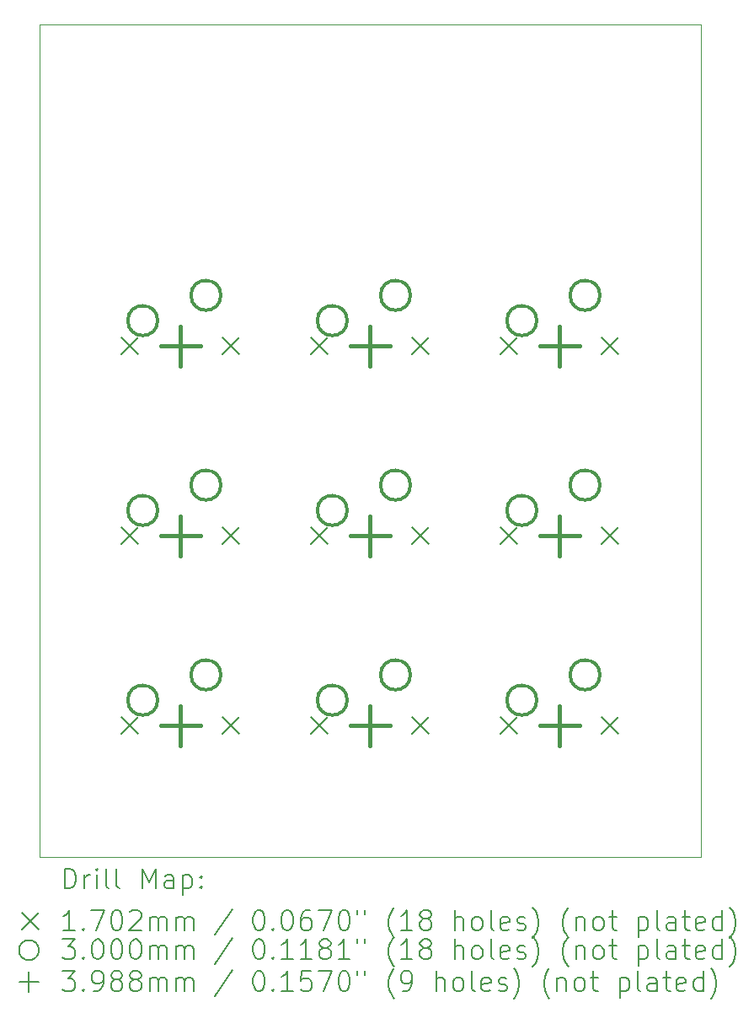
<source format=gbr>
%FSLAX45Y45*%
G04 Gerber Fmt 4.5, Leading zero omitted, Abs format (unit mm)*
G04 Created by KiCad (PCBNEW (6.0.0)) date 2023-01-21 20:17:03*
%MOMM*%
%LPD*%
G01*
G04 APERTURE LIST*
%TA.AperFunction,Profile*%
%ADD10C,0.100000*%
%TD*%
%ADD11C,0.200000*%
%ADD12C,0.170180*%
%ADD13C,0.300000*%
%ADD14C,0.398780*%
G04 APERTURE END LIST*
D10*
X3580000Y-1775000D02*
X10230000Y-1775000D01*
X10230000Y-1775000D02*
X10230000Y-10130000D01*
X10230000Y-10130000D02*
X3580000Y-10130000D01*
X3580000Y-10130000D02*
X3580000Y-1775000D01*
D11*
D12*
X4406910Y-4914910D02*
X4577090Y-5085090D01*
X4577090Y-4914910D02*
X4406910Y-5085090D01*
X4406910Y-6819910D02*
X4577090Y-6990090D01*
X4577090Y-6819910D02*
X4406910Y-6990090D01*
X4406910Y-8724910D02*
X4577090Y-8895090D01*
X4577090Y-8724910D02*
X4406910Y-8895090D01*
X5422910Y-4914910D02*
X5593090Y-5085090D01*
X5593090Y-4914910D02*
X5422910Y-5085090D01*
X5422910Y-6819910D02*
X5593090Y-6990090D01*
X5593090Y-6819910D02*
X5422910Y-6990090D01*
X5422910Y-8724910D02*
X5593090Y-8895090D01*
X5593090Y-8724910D02*
X5422910Y-8895090D01*
X6311910Y-4914910D02*
X6482090Y-5085090D01*
X6482090Y-4914910D02*
X6311910Y-5085090D01*
X6311910Y-6819910D02*
X6482090Y-6990090D01*
X6482090Y-6819910D02*
X6311910Y-6990090D01*
X6311910Y-8724910D02*
X6482090Y-8895090D01*
X6482090Y-8724910D02*
X6311910Y-8895090D01*
X7327910Y-4914910D02*
X7498090Y-5085090D01*
X7498090Y-4914910D02*
X7327910Y-5085090D01*
X7327910Y-6819910D02*
X7498090Y-6990090D01*
X7498090Y-6819910D02*
X7327910Y-6990090D01*
X7327910Y-8724910D02*
X7498090Y-8895090D01*
X7498090Y-8724910D02*
X7327910Y-8895090D01*
X8216910Y-4914910D02*
X8387090Y-5085090D01*
X8387090Y-4914910D02*
X8216910Y-5085090D01*
X8216910Y-6819910D02*
X8387090Y-6990090D01*
X8387090Y-6819910D02*
X8216910Y-6990090D01*
X8216910Y-8724910D02*
X8387090Y-8895090D01*
X8387090Y-8724910D02*
X8216910Y-8895090D01*
X9232910Y-4914910D02*
X9403090Y-5085090D01*
X9403090Y-4914910D02*
X9232910Y-5085090D01*
X9232910Y-6819910D02*
X9403090Y-6990090D01*
X9403090Y-6819910D02*
X9232910Y-6990090D01*
X9232910Y-8724910D02*
X9403090Y-8895090D01*
X9403090Y-8724910D02*
X9232910Y-8895090D01*
D13*
X4769000Y-4746000D02*
G75*
G03*
X4769000Y-4746000I-150000J0D01*
G01*
X4769000Y-6651000D02*
G75*
G03*
X4769000Y-6651000I-150000J0D01*
G01*
X4769000Y-8556000D02*
G75*
G03*
X4769000Y-8556000I-150000J0D01*
G01*
X5404000Y-4492000D02*
G75*
G03*
X5404000Y-4492000I-150000J0D01*
G01*
X5404000Y-6397000D02*
G75*
G03*
X5404000Y-6397000I-150000J0D01*
G01*
X5404000Y-8302000D02*
G75*
G03*
X5404000Y-8302000I-150000J0D01*
G01*
X6674000Y-4746000D02*
G75*
G03*
X6674000Y-4746000I-150000J0D01*
G01*
X6674000Y-6651000D02*
G75*
G03*
X6674000Y-6651000I-150000J0D01*
G01*
X6674000Y-8556000D02*
G75*
G03*
X6674000Y-8556000I-150000J0D01*
G01*
X7309000Y-4492000D02*
G75*
G03*
X7309000Y-4492000I-150000J0D01*
G01*
X7309000Y-6397000D02*
G75*
G03*
X7309000Y-6397000I-150000J0D01*
G01*
X7309000Y-8302000D02*
G75*
G03*
X7309000Y-8302000I-150000J0D01*
G01*
X8579000Y-4746000D02*
G75*
G03*
X8579000Y-4746000I-150000J0D01*
G01*
X8579000Y-6651000D02*
G75*
G03*
X8579000Y-6651000I-150000J0D01*
G01*
X8579000Y-8556000D02*
G75*
G03*
X8579000Y-8556000I-150000J0D01*
G01*
X9214000Y-4492000D02*
G75*
G03*
X9214000Y-4492000I-150000J0D01*
G01*
X9214000Y-6397000D02*
G75*
G03*
X9214000Y-6397000I-150000J0D01*
G01*
X9214000Y-8302000D02*
G75*
G03*
X9214000Y-8302000I-150000J0D01*
G01*
D14*
X5000000Y-4800610D02*
X5000000Y-5199390D01*
X4800610Y-5000000D02*
X5199390Y-5000000D01*
X5000000Y-6705610D02*
X5000000Y-7104390D01*
X4800610Y-6905000D02*
X5199390Y-6905000D01*
X5000000Y-8610610D02*
X5000000Y-9009390D01*
X4800610Y-8810000D02*
X5199390Y-8810000D01*
X6905000Y-4800610D02*
X6905000Y-5199390D01*
X6705610Y-5000000D02*
X7104390Y-5000000D01*
X6905000Y-6705610D02*
X6905000Y-7104390D01*
X6705610Y-6905000D02*
X7104390Y-6905000D01*
X6905000Y-8610610D02*
X6905000Y-9009390D01*
X6705610Y-8810000D02*
X7104390Y-8810000D01*
X8810000Y-4800610D02*
X8810000Y-5199390D01*
X8610610Y-5000000D02*
X9009390Y-5000000D01*
X8810000Y-6705610D02*
X8810000Y-7104390D01*
X8610610Y-6905000D02*
X9009390Y-6905000D01*
X8810000Y-8610610D02*
X8810000Y-9009390D01*
X8610610Y-8810000D02*
X9009390Y-8810000D01*
D11*
X3832619Y-10445476D02*
X3832619Y-10245476D01*
X3880238Y-10245476D01*
X3908809Y-10255000D01*
X3927857Y-10274048D01*
X3937381Y-10293095D01*
X3946905Y-10331190D01*
X3946905Y-10359762D01*
X3937381Y-10397857D01*
X3927857Y-10416905D01*
X3908809Y-10435952D01*
X3880238Y-10445476D01*
X3832619Y-10445476D01*
X4032619Y-10445476D02*
X4032619Y-10312143D01*
X4032619Y-10350238D02*
X4042143Y-10331190D01*
X4051667Y-10321667D01*
X4070714Y-10312143D01*
X4089762Y-10312143D01*
X4156428Y-10445476D02*
X4156428Y-10312143D01*
X4156428Y-10245476D02*
X4146905Y-10255000D01*
X4156428Y-10264524D01*
X4165952Y-10255000D01*
X4156428Y-10245476D01*
X4156428Y-10264524D01*
X4280238Y-10445476D02*
X4261190Y-10435952D01*
X4251667Y-10416905D01*
X4251667Y-10245476D01*
X4385000Y-10445476D02*
X4365952Y-10435952D01*
X4356429Y-10416905D01*
X4356429Y-10245476D01*
X4613571Y-10445476D02*
X4613571Y-10245476D01*
X4680238Y-10388333D01*
X4746905Y-10245476D01*
X4746905Y-10445476D01*
X4927857Y-10445476D02*
X4927857Y-10340714D01*
X4918333Y-10321667D01*
X4899286Y-10312143D01*
X4861190Y-10312143D01*
X4842143Y-10321667D01*
X4927857Y-10435952D02*
X4908810Y-10445476D01*
X4861190Y-10445476D01*
X4842143Y-10435952D01*
X4832619Y-10416905D01*
X4832619Y-10397857D01*
X4842143Y-10378810D01*
X4861190Y-10369286D01*
X4908810Y-10369286D01*
X4927857Y-10359762D01*
X5023095Y-10312143D02*
X5023095Y-10512143D01*
X5023095Y-10321667D02*
X5042143Y-10312143D01*
X5080238Y-10312143D01*
X5099286Y-10321667D01*
X5108810Y-10331190D01*
X5118333Y-10350238D01*
X5118333Y-10407381D01*
X5108810Y-10426429D01*
X5099286Y-10435952D01*
X5080238Y-10445476D01*
X5042143Y-10445476D01*
X5023095Y-10435952D01*
X5204048Y-10426429D02*
X5213571Y-10435952D01*
X5204048Y-10445476D01*
X5194524Y-10435952D01*
X5204048Y-10426429D01*
X5204048Y-10445476D01*
X5204048Y-10321667D02*
X5213571Y-10331190D01*
X5204048Y-10340714D01*
X5194524Y-10331190D01*
X5204048Y-10321667D01*
X5204048Y-10340714D01*
D12*
X3404820Y-10689910D02*
X3575000Y-10860090D01*
X3575000Y-10689910D02*
X3404820Y-10860090D01*
D11*
X3937381Y-10865476D02*
X3823095Y-10865476D01*
X3880238Y-10865476D02*
X3880238Y-10665476D01*
X3861190Y-10694048D01*
X3842143Y-10713095D01*
X3823095Y-10722619D01*
X4023095Y-10846429D02*
X4032619Y-10855952D01*
X4023095Y-10865476D01*
X4013571Y-10855952D01*
X4023095Y-10846429D01*
X4023095Y-10865476D01*
X4099286Y-10665476D02*
X4232619Y-10665476D01*
X4146905Y-10865476D01*
X4346905Y-10665476D02*
X4365952Y-10665476D01*
X4385000Y-10675000D01*
X4394524Y-10684524D01*
X4404048Y-10703571D01*
X4413571Y-10741667D01*
X4413571Y-10789286D01*
X4404048Y-10827381D01*
X4394524Y-10846429D01*
X4385000Y-10855952D01*
X4365952Y-10865476D01*
X4346905Y-10865476D01*
X4327857Y-10855952D01*
X4318333Y-10846429D01*
X4308810Y-10827381D01*
X4299286Y-10789286D01*
X4299286Y-10741667D01*
X4308810Y-10703571D01*
X4318333Y-10684524D01*
X4327857Y-10675000D01*
X4346905Y-10665476D01*
X4489762Y-10684524D02*
X4499286Y-10675000D01*
X4518333Y-10665476D01*
X4565952Y-10665476D01*
X4585000Y-10675000D01*
X4594524Y-10684524D01*
X4604048Y-10703571D01*
X4604048Y-10722619D01*
X4594524Y-10751190D01*
X4480238Y-10865476D01*
X4604048Y-10865476D01*
X4689762Y-10865476D02*
X4689762Y-10732143D01*
X4689762Y-10751190D02*
X4699286Y-10741667D01*
X4718333Y-10732143D01*
X4746905Y-10732143D01*
X4765952Y-10741667D01*
X4775476Y-10760714D01*
X4775476Y-10865476D01*
X4775476Y-10760714D02*
X4785000Y-10741667D01*
X4804048Y-10732143D01*
X4832619Y-10732143D01*
X4851667Y-10741667D01*
X4861190Y-10760714D01*
X4861190Y-10865476D01*
X4956429Y-10865476D02*
X4956429Y-10732143D01*
X4956429Y-10751190D02*
X4965952Y-10741667D01*
X4985000Y-10732143D01*
X5013571Y-10732143D01*
X5032619Y-10741667D01*
X5042143Y-10760714D01*
X5042143Y-10865476D01*
X5042143Y-10760714D02*
X5051667Y-10741667D01*
X5070714Y-10732143D01*
X5099286Y-10732143D01*
X5118333Y-10741667D01*
X5127857Y-10760714D01*
X5127857Y-10865476D01*
X5518333Y-10655952D02*
X5346905Y-10913095D01*
X5775476Y-10665476D02*
X5794524Y-10665476D01*
X5813571Y-10675000D01*
X5823095Y-10684524D01*
X5832619Y-10703571D01*
X5842143Y-10741667D01*
X5842143Y-10789286D01*
X5832619Y-10827381D01*
X5823095Y-10846429D01*
X5813571Y-10855952D01*
X5794524Y-10865476D01*
X5775476Y-10865476D01*
X5756428Y-10855952D01*
X5746905Y-10846429D01*
X5737381Y-10827381D01*
X5727857Y-10789286D01*
X5727857Y-10741667D01*
X5737381Y-10703571D01*
X5746905Y-10684524D01*
X5756428Y-10675000D01*
X5775476Y-10665476D01*
X5927857Y-10846429D02*
X5937381Y-10855952D01*
X5927857Y-10865476D01*
X5918333Y-10855952D01*
X5927857Y-10846429D01*
X5927857Y-10865476D01*
X6061190Y-10665476D02*
X6080238Y-10665476D01*
X6099286Y-10675000D01*
X6108809Y-10684524D01*
X6118333Y-10703571D01*
X6127857Y-10741667D01*
X6127857Y-10789286D01*
X6118333Y-10827381D01*
X6108809Y-10846429D01*
X6099286Y-10855952D01*
X6080238Y-10865476D01*
X6061190Y-10865476D01*
X6042143Y-10855952D01*
X6032619Y-10846429D01*
X6023095Y-10827381D01*
X6013571Y-10789286D01*
X6013571Y-10741667D01*
X6023095Y-10703571D01*
X6032619Y-10684524D01*
X6042143Y-10675000D01*
X6061190Y-10665476D01*
X6299286Y-10665476D02*
X6261190Y-10665476D01*
X6242143Y-10675000D01*
X6232619Y-10684524D01*
X6213571Y-10713095D01*
X6204048Y-10751190D01*
X6204048Y-10827381D01*
X6213571Y-10846429D01*
X6223095Y-10855952D01*
X6242143Y-10865476D01*
X6280238Y-10865476D01*
X6299286Y-10855952D01*
X6308809Y-10846429D01*
X6318333Y-10827381D01*
X6318333Y-10779762D01*
X6308809Y-10760714D01*
X6299286Y-10751190D01*
X6280238Y-10741667D01*
X6242143Y-10741667D01*
X6223095Y-10751190D01*
X6213571Y-10760714D01*
X6204048Y-10779762D01*
X6385000Y-10665476D02*
X6518333Y-10665476D01*
X6432619Y-10865476D01*
X6632619Y-10665476D02*
X6651667Y-10665476D01*
X6670714Y-10675000D01*
X6680238Y-10684524D01*
X6689762Y-10703571D01*
X6699286Y-10741667D01*
X6699286Y-10789286D01*
X6689762Y-10827381D01*
X6680238Y-10846429D01*
X6670714Y-10855952D01*
X6651667Y-10865476D01*
X6632619Y-10865476D01*
X6613571Y-10855952D01*
X6604048Y-10846429D01*
X6594524Y-10827381D01*
X6585000Y-10789286D01*
X6585000Y-10741667D01*
X6594524Y-10703571D01*
X6604048Y-10684524D01*
X6613571Y-10675000D01*
X6632619Y-10665476D01*
X6775476Y-10665476D02*
X6775476Y-10703571D01*
X6851667Y-10665476D02*
X6851667Y-10703571D01*
X7146905Y-10941667D02*
X7137381Y-10932143D01*
X7118333Y-10903571D01*
X7108809Y-10884524D01*
X7099286Y-10855952D01*
X7089762Y-10808333D01*
X7089762Y-10770238D01*
X7099286Y-10722619D01*
X7108809Y-10694048D01*
X7118333Y-10675000D01*
X7137381Y-10646429D01*
X7146905Y-10636905D01*
X7327857Y-10865476D02*
X7213571Y-10865476D01*
X7270714Y-10865476D02*
X7270714Y-10665476D01*
X7251667Y-10694048D01*
X7232619Y-10713095D01*
X7213571Y-10722619D01*
X7442143Y-10751190D02*
X7423095Y-10741667D01*
X7413571Y-10732143D01*
X7404048Y-10713095D01*
X7404048Y-10703571D01*
X7413571Y-10684524D01*
X7423095Y-10675000D01*
X7442143Y-10665476D01*
X7480238Y-10665476D01*
X7499286Y-10675000D01*
X7508809Y-10684524D01*
X7518333Y-10703571D01*
X7518333Y-10713095D01*
X7508809Y-10732143D01*
X7499286Y-10741667D01*
X7480238Y-10751190D01*
X7442143Y-10751190D01*
X7423095Y-10760714D01*
X7413571Y-10770238D01*
X7404048Y-10789286D01*
X7404048Y-10827381D01*
X7413571Y-10846429D01*
X7423095Y-10855952D01*
X7442143Y-10865476D01*
X7480238Y-10865476D01*
X7499286Y-10855952D01*
X7508809Y-10846429D01*
X7518333Y-10827381D01*
X7518333Y-10789286D01*
X7508809Y-10770238D01*
X7499286Y-10760714D01*
X7480238Y-10751190D01*
X7756428Y-10865476D02*
X7756428Y-10665476D01*
X7842143Y-10865476D02*
X7842143Y-10760714D01*
X7832619Y-10741667D01*
X7813571Y-10732143D01*
X7785000Y-10732143D01*
X7765952Y-10741667D01*
X7756428Y-10751190D01*
X7965952Y-10865476D02*
X7946905Y-10855952D01*
X7937381Y-10846429D01*
X7927857Y-10827381D01*
X7927857Y-10770238D01*
X7937381Y-10751190D01*
X7946905Y-10741667D01*
X7965952Y-10732143D01*
X7994524Y-10732143D01*
X8013571Y-10741667D01*
X8023095Y-10751190D01*
X8032619Y-10770238D01*
X8032619Y-10827381D01*
X8023095Y-10846429D01*
X8013571Y-10855952D01*
X7994524Y-10865476D01*
X7965952Y-10865476D01*
X8146905Y-10865476D02*
X8127857Y-10855952D01*
X8118333Y-10836905D01*
X8118333Y-10665476D01*
X8299286Y-10855952D02*
X8280238Y-10865476D01*
X8242143Y-10865476D01*
X8223095Y-10855952D01*
X8213571Y-10836905D01*
X8213571Y-10760714D01*
X8223095Y-10741667D01*
X8242143Y-10732143D01*
X8280238Y-10732143D01*
X8299286Y-10741667D01*
X8308809Y-10760714D01*
X8308809Y-10779762D01*
X8213571Y-10798810D01*
X8385000Y-10855952D02*
X8404048Y-10865476D01*
X8442143Y-10865476D01*
X8461190Y-10855952D01*
X8470714Y-10836905D01*
X8470714Y-10827381D01*
X8461190Y-10808333D01*
X8442143Y-10798810D01*
X8413571Y-10798810D01*
X8394524Y-10789286D01*
X8385000Y-10770238D01*
X8385000Y-10760714D01*
X8394524Y-10741667D01*
X8413571Y-10732143D01*
X8442143Y-10732143D01*
X8461190Y-10741667D01*
X8537381Y-10941667D02*
X8546905Y-10932143D01*
X8565952Y-10903571D01*
X8575476Y-10884524D01*
X8585000Y-10855952D01*
X8594524Y-10808333D01*
X8594524Y-10770238D01*
X8585000Y-10722619D01*
X8575476Y-10694048D01*
X8565952Y-10675000D01*
X8546905Y-10646429D01*
X8537381Y-10636905D01*
X8899286Y-10941667D02*
X8889762Y-10932143D01*
X8870714Y-10903571D01*
X8861190Y-10884524D01*
X8851667Y-10855952D01*
X8842143Y-10808333D01*
X8842143Y-10770238D01*
X8851667Y-10722619D01*
X8861190Y-10694048D01*
X8870714Y-10675000D01*
X8889762Y-10646429D01*
X8899286Y-10636905D01*
X8975476Y-10732143D02*
X8975476Y-10865476D01*
X8975476Y-10751190D02*
X8985000Y-10741667D01*
X9004048Y-10732143D01*
X9032619Y-10732143D01*
X9051667Y-10741667D01*
X9061190Y-10760714D01*
X9061190Y-10865476D01*
X9185000Y-10865476D02*
X9165952Y-10855952D01*
X9156429Y-10846429D01*
X9146905Y-10827381D01*
X9146905Y-10770238D01*
X9156429Y-10751190D01*
X9165952Y-10741667D01*
X9185000Y-10732143D01*
X9213571Y-10732143D01*
X9232619Y-10741667D01*
X9242143Y-10751190D01*
X9251667Y-10770238D01*
X9251667Y-10827381D01*
X9242143Y-10846429D01*
X9232619Y-10855952D01*
X9213571Y-10865476D01*
X9185000Y-10865476D01*
X9308810Y-10732143D02*
X9385000Y-10732143D01*
X9337381Y-10665476D02*
X9337381Y-10836905D01*
X9346905Y-10855952D01*
X9365952Y-10865476D01*
X9385000Y-10865476D01*
X9604048Y-10732143D02*
X9604048Y-10932143D01*
X9604048Y-10741667D02*
X9623095Y-10732143D01*
X9661190Y-10732143D01*
X9680238Y-10741667D01*
X9689762Y-10751190D01*
X9699286Y-10770238D01*
X9699286Y-10827381D01*
X9689762Y-10846429D01*
X9680238Y-10855952D01*
X9661190Y-10865476D01*
X9623095Y-10865476D01*
X9604048Y-10855952D01*
X9813571Y-10865476D02*
X9794524Y-10855952D01*
X9785000Y-10836905D01*
X9785000Y-10665476D01*
X9975476Y-10865476D02*
X9975476Y-10760714D01*
X9965952Y-10741667D01*
X9946905Y-10732143D01*
X9908810Y-10732143D01*
X9889762Y-10741667D01*
X9975476Y-10855952D02*
X9956429Y-10865476D01*
X9908810Y-10865476D01*
X9889762Y-10855952D01*
X9880238Y-10836905D01*
X9880238Y-10817857D01*
X9889762Y-10798810D01*
X9908810Y-10789286D01*
X9956429Y-10789286D01*
X9975476Y-10779762D01*
X10042143Y-10732143D02*
X10118333Y-10732143D01*
X10070714Y-10665476D02*
X10070714Y-10836905D01*
X10080238Y-10855952D01*
X10099286Y-10865476D01*
X10118333Y-10865476D01*
X10261190Y-10855952D02*
X10242143Y-10865476D01*
X10204048Y-10865476D01*
X10185000Y-10855952D01*
X10175476Y-10836905D01*
X10175476Y-10760714D01*
X10185000Y-10741667D01*
X10204048Y-10732143D01*
X10242143Y-10732143D01*
X10261190Y-10741667D01*
X10270714Y-10760714D01*
X10270714Y-10779762D01*
X10175476Y-10798810D01*
X10442143Y-10865476D02*
X10442143Y-10665476D01*
X10442143Y-10855952D02*
X10423095Y-10865476D01*
X10385000Y-10865476D01*
X10365952Y-10855952D01*
X10356429Y-10846429D01*
X10346905Y-10827381D01*
X10346905Y-10770238D01*
X10356429Y-10751190D01*
X10365952Y-10741667D01*
X10385000Y-10732143D01*
X10423095Y-10732143D01*
X10442143Y-10741667D01*
X10518333Y-10941667D02*
X10527857Y-10932143D01*
X10546905Y-10903571D01*
X10556429Y-10884524D01*
X10565952Y-10855952D01*
X10575476Y-10808333D01*
X10575476Y-10770238D01*
X10565952Y-10722619D01*
X10556429Y-10694048D01*
X10546905Y-10675000D01*
X10527857Y-10646429D01*
X10518333Y-10636905D01*
X3575000Y-11065180D02*
G75*
G03*
X3575000Y-11065180I-100000J0D01*
G01*
X3813571Y-10955656D02*
X3937381Y-10955656D01*
X3870714Y-11031847D01*
X3899286Y-11031847D01*
X3918333Y-11041370D01*
X3927857Y-11050894D01*
X3937381Y-11069942D01*
X3937381Y-11117561D01*
X3927857Y-11136609D01*
X3918333Y-11146132D01*
X3899286Y-11155656D01*
X3842143Y-11155656D01*
X3823095Y-11146132D01*
X3813571Y-11136609D01*
X4023095Y-11136609D02*
X4032619Y-11146132D01*
X4023095Y-11155656D01*
X4013571Y-11146132D01*
X4023095Y-11136609D01*
X4023095Y-11155656D01*
X4156428Y-10955656D02*
X4175476Y-10955656D01*
X4194524Y-10965180D01*
X4204048Y-10974704D01*
X4213571Y-10993751D01*
X4223095Y-11031847D01*
X4223095Y-11079466D01*
X4213571Y-11117561D01*
X4204048Y-11136609D01*
X4194524Y-11146132D01*
X4175476Y-11155656D01*
X4156428Y-11155656D01*
X4137381Y-11146132D01*
X4127857Y-11136609D01*
X4118333Y-11117561D01*
X4108809Y-11079466D01*
X4108809Y-11031847D01*
X4118333Y-10993751D01*
X4127857Y-10974704D01*
X4137381Y-10965180D01*
X4156428Y-10955656D01*
X4346905Y-10955656D02*
X4365952Y-10955656D01*
X4385000Y-10965180D01*
X4394524Y-10974704D01*
X4404048Y-10993751D01*
X4413571Y-11031847D01*
X4413571Y-11079466D01*
X4404048Y-11117561D01*
X4394524Y-11136609D01*
X4385000Y-11146132D01*
X4365952Y-11155656D01*
X4346905Y-11155656D01*
X4327857Y-11146132D01*
X4318333Y-11136609D01*
X4308810Y-11117561D01*
X4299286Y-11079466D01*
X4299286Y-11031847D01*
X4308810Y-10993751D01*
X4318333Y-10974704D01*
X4327857Y-10965180D01*
X4346905Y-10955656D01*
X4537381Y-10955656D02*
X4556429Y-10955656D01*
X4575476Y-10965180D01*
X4585000Y-10974704D01*
X4594524Y-10993751D01*
X4604048Y-11031847D01*
X4604048Y-11079466D01*
X4594524Y-11117561D01*
X4585000Y-11136609D01*
X4575476Y-11146132D01*
X4556429Y-11155656D01*
X4537381Y-11155656D01*
X4518333Y-11146132D01*
X4508810Y-11136609D01*
X4499286Y-11117561D01*
X4489762Y-11079466D01*
X4489762Y-11031847D01*
X4499286Y-10993751D01*
X4508810Y-10974704D01*
X4518333Y-10965180D01*
X4537381Y-10955656D01*
X4689762Y-11155656D02*
X4689762Y-11022323D01*
X4689762Y-11041370D02*
X4699286Y-11031847D01*
X4718333Y-11022323D01*
X4746905Y-11022323D01*
X4765952Y-11031847D01*
X4775476Y-11050894D01*
X4775476Y-11155656D01*
X4775476Y-11050894D02*
X4785000Y-11031847D01*
X4804048Y-11022323D01*
X4832619Y-11022323D01*
X4851667Y-11031847D01*
X4861190Y-11050894D01*
X4861190Y-11155656D01*
X4956429Y-11155656D02*
X4956429Y-11022323D01*
X4956429Y-11041370D02*
X4965952Y-11031847D01*
X4985000Y-11022323D01*
X5013571Y-11022323D01*
X5032619Y-11031847D01*
X5042143Y-11050894D01*
X5042143Y-11155656D01*
X5042143Y-11050894D02*
X5051667Y-11031847D01*
X5070714Y-11022323D01*
X5099286Y-11022323D01*
X5118333Y-11031847D01*
X5127857Y-11050894D01*
X5127857Y-11155656D01*
X5518333Y-10946132D02*
X5346905Y-11203275D01*
X5775476Y-10955656D02*
X5794524Y-10955656D01*
X5813571Y-10965180D01*
X5823095Y-10974704D01*
X5832619Y-10993751D01*
X5842143Y-11031847D01*
X5842143Y-11079466D01*
X5832619Y-11117561D01*
X5823095Y-11136609D01*
X5813571Y-11146132D01*
X5794524Y-11155656D01*
X5775476Y-11155656D01*
X5756428Y-11146132D01*
X5746905Y-11136609D01*
X5737381Y-11117561D01*
X5727857Y-11079466D01*
X5727857Y-11031847D01*
X5737381Y-10993751D01*
X5746905Y-10974704D01*
X5756428Y-10965180D01*
X5775476Y-10955656D01*
X5927857Y-11136609D02*
X5937381Y-11146132D01*
X5927857Y-11155656D01*
X5918333Y-11146132D01*
X5927857Y-11136609D01*
X5927857Y-11155656D01*
X6127857Y-11155656D02*
X6013571Y-11155656D01*
X6070714Y-11155656D02*
X6070714Y-10955656D01*
X6051667Y-10984228D01*
X6032619Y-11003275D01*
X6013571Y-11012799D01*
X6318333Y-11155656D02*
X6204048Y-11155656D01*
X6261190Y-11155656D02*
X6261190Y-10955656D01*
X6242143Y-10984228D01*
X6223095Y-11003275D01*
X6204048Y-11012799D01*
X6432619Y-11041370D02*
X6413571Y-11031847D01*
X6404048Y-11022323D01*
X6394524Y-11003275D01*
X6394524Y-10993751D01*
X6404048Y-10974704D01*
X6413571Y-10965180D01*
X6432619Y-10955656D01*
X6470714Y-10955656D01*
X6489762Y-10965180D01*
X6499286Y-10974704D01*
X6508809Y-10993751D01*
X6508809Y-11003275D01*
X6499286Y-11022323D01*
X6489762Y-11031847D01*
X6470714Y-11041370D01*
X6432619Y-11041370D01*
X6413571Y-11050894D01*
X6404048Y-11060418D01*
X6394524Y-11079466D01*
X6394524Y-11117561D01*
X6404048Y-11136609D01*
X6413571Y-11146132D01*
X6432619Y-11155656D01*
X6470714Y-11155656D01*
X6489762Y-11146132D01*
X6499286Y-11136609D01*
X6508809Y-11117561D01*
X6508809Y-11079466D01*
X6499286Y-11060418D01*
X6489762Y-11050894D01*
X6470714Y-11041370D01*
X6699286Y-11155656D02*
X6585000Y-11155656D01*
X6642143Y-11155656D02*
X6642143Y-10955656D01*
X6623095Y-10984228D01*
X6604048Y-11003275D01*
X6585000Y-11012799D01*
X6775476Y-10955656D02*
X6775476Y-10993751D01*
X6851667Y-10955656D02*
X6851667Y-10993751D01*
X7146905Y-11231847D02*
X7137381Y-11222323D01*
X7118333Y-11193751D01*
X7108809Y-11174704D01*
X7099286Y-11146132D01*
X7089762Y-11098513D01*
X7089762Y-11060418D01*
X7099286Y-11012799D01*
X7108809Y-10984228D01*
X7118333Y-10965180D01*
X7137381Y-10936609D01*
X7146905Y-10927085D01*
X7327857Y-11155656D02*
X7213571Y-11155656D01*
X7270714Y-11155656D02*
X7270714Y-10955656D01*
X7251667Y-10984228D01*
X7232619Y-11003275D01*
X7213571Y-11012799D01*
X7442143Y-11041370D02*
X7423095Y-11031847D01*
X7413571Y-11022323D01*
X7404048Y-11003275D01*
X7404048Y-10993751D01*
X7413571Y-10974704D01*
X7423095Y-10965180D01*
X7442143Y-10955656D01*
X7480238Y-10955656D01*
X7499286Y-10965180D01*
X7508809Y-10974704D01*
X7518333Y-10993751D01*
X7518333Y-11003275D01*
X7508809Y-11022323D01*
X7499286Y-11031847D01*
X7480238Y-11041370D01*
X7442143Y-11041370D01*
X7423095Y-11050894D01*
X7413571Y-11060418D01*
X7404048Y-11079466D01*
X7404048Y-11117561D01*
X7413571Y-11136609D01*
X7423095Y-11146132D01*
X7442143Y-11155656D01*
X7480238Y-11155656D01*
X7499286Y-11146132D01*
X7508809Y-11136609D01*
X7518333Y-11117561D01*
X7518333Y-11079466D01*
X7508809Y-11060418D01*
X7499286Y-11050894D01*
X7480238Y-11041370D01*
X7756428Y-11155656D02*
X7756428Y-10955656D01*
X7842143Y-11155656D02*
X7842143Y-11050894D01*
X7832619Y-11031847D01*
X7813571Y-11022323D01*
X7785000Y-11022323D01*
X7765952Y-11031847D01*
X7756428Y-11041370D01*
X7965952Y-11155656D02*
X7946905Y-11146132D01*
X7937381Y-11136609D01*
X7927857Y-11117561D01*
X7927857Y-11060418D01*
X7937381Y-11041370D01*
X7946905Y-11031847D01*
X7965952Y-11022323D01*
X7994524Y-11022323D01*
X8013571Y-11031847D01*
X8023095Y-11041370D01*
X8032619Y-11060418D01*
X8032619Y-11117561D01*
X8023095Y-11136609D01*
X8013571Y-11146132D01*
X7994524Y-11155656D01*
X7965952Y-11155656D01*
X8146905Y-11155656D02*
X8127857Y-11146132D01*
X8118333Y-11127085D01*
X8118333Y-10955656D01*
X8299286Y-11146132D02*
X8280238Y-11155656D01*
X8242143Y-11155656D01*
X8223095Y-11146132D01*
X8213571Y-11127085D01*
X8213571Y-11050894D01*
X8223095Y-11031847D01*
X8242143Y-11022323D01*
X8280238Y-11022323D01*
X8299286Y-11031847D01*
X8308809Y-11050894D01*
X8308809Y-11069942D01*
X8213571Y-11088990D01*
X8385000Y-11146132D02*
X8404048Y-11155656D01*
X8442143Y-11155656D01*
X8461190Y-11146132D01*
X8470714Y-11127085D01*
X8470714Y-11117561D01*
X8461190Y-11098513D01*
X8442143Y-11088990D01*
X8413571Y-11088990D01*
X8394524Y-11079466D01*
X8385000Y-11060418D01*
X8385000Y-11050894D01*
X8394524Y-11031847D01*
X8413571Y-11022323D01*
X8442143Y-11022323D01*
X8461190Y-11031847D01*
X8537381Y-11231847D02*
X8546905Y-11222323D01*
X8565952Y-11193751D01*
X8575476Y-11174704D01*
X8585000Y-11146132D01*
X8594524Y-11098513D01*
X8594524Y-11060418D01*
X8585000Y-11012799D01*
X8575476Y-10984228D01*
X8565952Y-10965180D01*
X8546905Y-10936609D01*
X8537381Y-10927085D01*
X8899286Y-11231847D02*
X8889762Y-11222323D01*
X8870714Y-11193751D01*
X8861190Y-11174704D01*
X8851667Y-11146132D01*
X8842143Y-11098513D01*
X8842143Y-11060418D01*
X8851667Y-11012799D01*
X8861190Y-10984228D01*
X8870714Y-10965180D01*
X8889762Y-10936609D01*
X8899286Y-10927085D01*
X8975476Y-11022323D02*
X8975476Y-11155656D01*
X8975476Y-11041370D02*
X8985000Y-11031847D01*
X9004048Y-11022323D01*
X9032619Y-11022323D01*
X9051667Y-11031847D01*
X9061190Y-11050894D01*
X9061190Y-11155656D01*
X9185000Y-11155656D02*
X9165952Y-11146132D01*
X9156429Y-11136609D01*
X9146905Y-11117561D01*
X9146905Y-11060418D01*
X9156429Y-11041370D01*
X9165952Y-11031847D01*
X9185000Y-11022323D01*
X9213571Y-11022323D01*
X9232619Y-11031847D01*
X9242143Y-11041370D01*
X9251667Y-11060418D01*
X9251667Y-11117561D01*
X9242143Y-11136609D01*
X9232619Y-11146132D01*
X9213571Y-11155656D01*
X9185000Y-11155656D01*
X9308810Y-11022323D02*
X9385000Y-11022323D01*
X9337381Y-10955656D02*
X9337381Y-11127085D01*
X9346905Y-11146132D01*
X9365952Y-11155656D01*
X9385000Y-11155656D01*
X9604048Y-11022323D02*
X9604048Y-11222323D01*
X9604048Y-11031847D02*
X9623095Y-11022323D01*
X9661190Y-11022323D01*
X9680238Y-11031847D01*
X9689762Y-11041370D01*
X9699286Y-11060418D01*
X9699286Y-11117561D01*
X9689762Y-11136609D01*
X9680238Y-11146132D01*
X9661190Y-11155656D01*
X9623095Y-11155656D01*
X9604048Y-11146132D01*
X9813571Y-11155656D02*
X9794524Y-11146132D01*
X9785000Y-11127085D01*
X9785000Y-10955656D01*
X9975476Y-11155656D02*
X9975476Y-11050894D01*
X9965952Y-11031847D01*
X9946905Y-11022323D01*
X9908810Y-11022323D01*
X9889762Y-11031847D01*
X9975476Y-11146132D02*
X9956429Y-11155656D01*
X9908810Y-11155656D01*
X9889762Y-11146132D01*
X9880238Y-11127085D01*
X9880238Y-11108037D01*
X9889762Y-11088990D01*
X9908810Y-11079466D01*
X9956429Y-11079466D01*
X9975476Y-11069942D01*
X10042143Y-11022323D02*
X10118333Y-11022323D01*
X10070714Y-10955656D02*
X10070714Y-11127085D01*
X10080238Y-11146132D01*
X10099286Y-11155656D01*
X10118333Y-11155656D01*
X10261190Y-11146132D02*
X10242143Y-11155656D01*
X10204048Y-11155656D01*
X10185000Y-11146132D01*
X10175476Y-11127085D01*
X10175476Y-11050894D01*
X10185000Y-11031847D01*
X10204048Y-11022323D01*
X10242143Y-11022323D01*
X10261190Y-11031847D01*
X10270714Y-11050894D01*
X10270714Y-11069942D01*
X10175476Y-11088990D01*
X10442143Y-11155656D02*
X10442143Y-10955656D01*
X10442143Y-11146132D02*
X10423095Y-11155656D01*
X10385000Y-11155656D01*
X10365952Y-11146132D01*
X10356429Y-11136609D01*
X10346905Y-11117561D01*
X10346905Y-11060418D01*
X10356429Y-11041370D01*
X10365952Y-11031847D01*
X10385000Y-11022323D01*
X10423095Y-11022323D01*
X10442143Y-11031847D01*
X10518333Y-11231847D02*
X10527857Y-11222323D01*
X10546905Y-11193751D01*
X10556429Y-11174704D01*
X10565952Y-11146132D01*
X10575476Y-11098513D01*
X10575476Y-11060418D01*
X10565952Y-11012799D01*
X10556429Y-10984228D01*
X10546905Y-10965180D01*
X10527857Y-10936609D01*
X10518333Y-10927085D01*
X3475000Y-11285180D02*
X3475000Y-11485180D01*
X3375000Y-11385180D02*
X3575000Y-11385180D01*
X3813571Y-11275656D02*
X3937381Y-11275656D01*
X3870714Y-11351847D01*
X3899286Y-11351847D01*
X3918333Y-11361370D01*
X3927857Y-11370894D01*
X3937381Y-11389942D01*
X3937381Y-11437561D01*
X3927857Y-11456608D01*
X3918333Y-11466132D01*
X3899286Y-11475656D01*
X3842143Y-11475656D01*
X3823095Y-11466132D01*
X3813571Y-11456608D01*
X4023095Y-11456608D02*
X4032619Y-11466132D01*
X4023095Y-11475656D01*
X4013571Y-11466132D01*
X4023095Y-11456608D01*
X4023095Y-11475656D01*
X4127857Y-11475656D02*
X4165952Y-11475656D01*
X4185000Y-11466132D01*
X4194524Y-11456608D01*
X4213571Y-11428037D01*
X4223095Y-11389942D01*
X4223095Y-11313751D01*
X4213571Y-11294704D01*
X4204048Y-11285180D01*
X4185000Y-11275656D01*
X4146905Y-11275656D01*
X4127857Y-11285180D01*
X4118333Y-11294704D01*
X4108809Y-11313751D01*
X4108809Y-11361370D01*
X4118333Y-11380418D01*
X4127857Y-11389942D01*
X4146905Y-11399466D01*
X4185000Y-11399466D01*
X4204048Y-11389942D01*
X4213571Y-11380418D01*
X4223095Y-11361370D01*
X4337381Y-11361370D02*
X4318333Y-11351847D01*
X4308810Y-11342323D01*
X4299286Y-11323275D01*
X4299286Y-11313751D01*
X4308810Y-11294704D01*
X4318333Y-11285180D01*
X4337381Y-11275656D01*
X4375476Y-11275656D01*
X4394524Y-11285180D01*
X4404048Y-11294704D01*
X4413571Y-11313751D01*
X4413571Y-11323275D01*
X4404048Y-11342323D01*
X4394524Y-11351847D01*
X4375476Y-11361370D01*
X4337381Y-11361370D01*
X4318333Y-11370894D01*
X4308810Y-11380418D01*
X4299286Y-11399466D01*
X4299286Y-11437561D01*
X4308810Y-11456608D01*
X4318333Y-11466132D01*
X4337381Y-11475656D01*
X4375476Y-11475656D01*
X4394524Y-11466132D01*
X4404048Y-11456608D01*
X4413571Y-11437561D01*
X4413571Y-11399466D01*
X4404048Y-11380418D01*
X4394524Y-11370894D01*
X4375476Y-11361370D01*
X4527857Y-11361370D02*
X4508810Y-11351847D01*
X4499286Y-11342323D01*
X4489762Y-11323275D01*
X4489762Y-11313751D01*
X4499286Y-11294704D01*
X4508810Y-11285180D01*
X4527857Y-11275656D01*
X4565952Y-11275656D01*
X4585000Y-11285180D01*
X4594524Y-11294704D01*
X4604048Y-11313751D01*
X4604048Y-11323275D01*
X4594524Y-11342323D01*
X4585000Y-11351847D01*
X4565952Y-11361370D01*
X4527857Y-11361370D01*
X4508810Y-11370894D01*
X4499286Y-11380418D01*
X4489762Y-11399466D01*
X4489762Y-11437561D01*
X4499286Y-11456608D01*
X4508810Y-11466132D01*
X4527857Y-11475656D01*
X4565952Y-11475656D01*
X4585000Y-11466132D01*
X4594524Y-11456608D01*
X4604048Y-11437561D01*
X4604048Y-11399466D01*
X4594524Y-11380418D01*
X4585000Y-11370894D01*
X4565952Y-11361370D01*
X4689762Y-11475656D02*
X4689762Y-11342323D01*
X4689762Y-11361370D02*
X4699286Y-11351847D01*
X4718333Y-11342323D01*
X4746905Y-11342323D01*
X4765952Y-11351847D01*
X4775476Y-11370894D01*
X4775476Y-11475656D01*
X4775476Y-11370894D02*
X4785000Y-11351847D01*
X4804048Y-11342323D01*
X4832619Y-11342323D01*
X4851667Y-11351847D01*
X4861190Y-11370894D01*
X4861190Y-11475656D01*
X4956429Y-11475656D02*
X4956429Y-11342323D01*
X4956429Y-11361370D02*
X4965952Y-11351847D01*
X4985000Y-11342323D01*
X5013571Y-11342323D01*
X5032619Y-11351847D01*
X5042143Y-11370894D01*
X5042143Y-11475656D01*
X5042143Y-11370894D02*
X5051667Y-11351847D01*
X5070714Y-11342323D01*
X5099286Y-11342323D01*
X5118333Y-11351847D01*
X5127857Y-11370894D01*
X5127857Y-11475656D01*
X5518333Y-11266132D02*
X5346905Y-11523275D01*
X5775476Y-11275656D02*
X5794524Y-11275656D01*
X5813571Y-11285180D01*
X5823095Y-11294704D01*
X5832619Y-11313751D01*
X5842143Y-11351847D01*
X5842143Y-11399466D01*
X5832619Y-11437561D01*
X5823095Y-11456608D01*
X5813571Y-11466132D01*
X5794524Y-11475656D01*
X5775476Y-11475656D01*
X5756428Y-11466132D01*
X5746905Y-11456608D01*
X5737381Y-11437561D01*
X5727857Y-11399466D01*
X5727857Y-11351847D01*
X5737381Y-11313751D01*
X5746905Y-11294704D01*
X5756428Y-11285180D01*
X5775476Y-11275656D01*
X5927857Y-11456608D02*
X5937381Y-11466132D01*
X5927857Y-11475656D01*
X5918333Y-11466132D01*
X5927857Y-11456608D01*
X5927857Y-11475656D01*
X6127857Y-11475656D02*
X6013571Y-11475656D01*
X6070714Y-11475656D02*
X6070714Y-11275656D01*
X6051667Y-11304228D01*
X6032619Y-11323275D01*
X6013571Y-11332799D01*
X6308809Y-11275656D02*
X6213571Y-11275656D01*
X6204048Y-11370894D01*
X6213571Y-11361370D01*
X6232619Y-11351847D01*
X6280238Y-11351847D01*
X6299286Y-11361370D01*
X6308809Y-11370894D01*
X6318333Y-11389942D01*
X6318333Y-11437561D01*
X6308809Y-11456608D01*
X6299286Y-11466132D01*
X6280238Y-11475656D01*
X6232619Y-11475656D01*
X6213571Y-11466132D01*
X6204048Y-11456608D01*
X6385000Y-11275656D02*
X6518333Y-11275656D01*
X6432619Y-11475656D01*
X6632619Y-11275656D02*
X6651667Y-11275656D01*
X6670714Y-11285180D01*
X6680238Y-11294704D01*
X6689762Y-11313751D01*
X6699286Y-11351847D01*
X6699286Y-11399466D01*
X6689762Y-11437561D01*
X6680238Y-11456608D01*
X6670714Y-11466132D01*
X6651667Y-11475656D01*
X6632619Y-11475656D01*
X6613571Y-11466132D01*
X6604048Y-11456608D01*
X6594524Y-11437561D01*
X6585000Y-11399466D01*
X6585000Y-11351847D01*
X6594524Y-11313751D01*
X6604048Y-11294704D01*
X6613571Y-11285180D01*
X6632619Y-11275656D01*
X6775476Y-11275656D02*
X6775476Y-11313751D01*
X6851667Y-11275656D02*
X6851667Y-11313751D01*
X7146905Y-11551847D02*
X7137381Y-11542323D01*
X7118333Y-11513751D01*
X7108809Y-11494704D01*
X7099286Y-11466132D01*
X7089762Y-11418513D01*
X7089762Y-11380418D01*
X7099286Y-11332799D01*
X7108809Y-11304228D01*
X7118333Y-11285180D01*
X7137381Y-11256608D01*
X7146905Y-11247085D01*
X7232619Y-11475656D02*
X7270714Y-11475656D01*
X7289762Y-11466132D01*
X7299286Y-11456608D01*
X7318333Y-11428037D01*
X7327857Y-11389942D01*
X7327857Y-11313751D01*
X7318333Y-11294704D01*
X7308809Y-11285180D01*
X7289762Y-11275656D01*
X7251667Y-11275656D01*
X7232619Y-11285180D01*
X7223095Y-11294704D01*
X7213571Y-11313751D01*
X7213571Y-11361370D01*
X7223095Y-11380418D01*
X7232619Y-11389942D01*
X7251667Y-11399466D01*
X7289762Y-11399466D01*
X7308809Y-11389942D01*
X7318333Y-11380418D01*
X7327857Y-11361370D01*
X7565952Y-11475656D02*
X7565952Y-11275656D01*
X7651667Y-11475656D02*
X7651667Y-11370894D01*
X7642143Y-11351847D01*
X7623095Y-11342323D01*
X7594524Y-11342323D01*
X7575476Y-11351847D01*
X7565952Y-11361370D01*
X7775476Y-11475656D02*
X7756428Y-11466132D01*
X7746905Y-11456608D01*
X7737381Y-11437561D01*
X7737381Y-11380418D01*
X7746905Y-11361370D01*
X7756428Y-11351847D01*
X7775476Y-11342323D01*
X7804048Y-11342323D01*
X7823095Y-11351847D01*
X7832619Y-11361370D01*
X7842143Y-11380418D01*
X7842143Y-11437561D01*
X7832619Y-11456608D01*
X7823095Y-11466132D01*
X7804048Y-11475656D01*
X7775476Y-11475656D01*
X7956428Y-11475656D02*
X7937381Y-11466132D01*
X7927857Y-11447085D01*
X7927857Y-11275656D01*
X8108809Y-11466132D02*
X8089762Y-11475656D01*
X8051667Y-11475656D01*
X8032619Y-11466132D01*
X8023095Y-11447085D01*
X8023095Y-11370894D01*
X8032619Y-11351847D01*
X8051667Y-11342323D01*
X8089762Y-11342323D01*
X8108809Y-11351847D01*
X8118333Y-11370894D01*
X8118333Y-11389942D01*
X8023095Y-11408989D01*
X8194524Y-11466132D02*
X8213571Y-11475656D01*
X8251667Y-11475656D01*
X8270714Y-11466132D01*
X8280238Y-11447085D01*
X8280238Y-11437561D01*
X8270714Y-11418513D01*
X8251667Y-11408989D01*
X8223095Y-11408989D01*
X8204048Y-11399466D01*
X8194524Y-11380418D01*
X8194524Y-11370894D01*
X8204048Y-11351847D01*
X8223095Y-11342323D01*
X8251667Y-11342323D01*
X8270714Y-11351847D01*
X8346905Y-11551847D02*
X8356428Y-11542323D01*
X8375476Y-11513751D01*
X8385000Y-11494704D01*
X8394524Y-11466132D01*
X8404048Y-11418513D01*
X8404048Y-11380418D01*
X8394524Y-11332799D01*
X8385000Y-11304228D01*
X8375476Y-11285180D01*
X8356428Y-11256608D01*
X8346905Y-11247085D01*
X8708810Y-11551847D02*
X8699286Y-11542323D01*
X8680238Y-11513751D01*
X8670714Y-11494704D01*
X8661190Y-11466132D01*
X8651667Y-11418513D01*
X8651667Y-11380418D01*
X8661190Y-11332799D01*
X8670714Y-11304228D01*
X8680238Y-11285180D01*
X8699286Y-11256608D01*
X8708810Y-11247085D01*
X8785000Y-11342323D02*
X8785000Y-11475656D01*
X8785000Y-11361370D02*
X8794524Y-11351847D01*
X8813571Y-11342323D01*
X8842143Y-11342323D01*
X8861190Y-11351847D01*
X8870714Y-11370894D01*
X8870714Y-11475656D01*
X8994524Y-11475656D02*
X8975476Y-11466132D01*
X8965952Y-11456608D01*
X8956429Y-11437561D01*
X8956429Y-11380418D01*
X8965952Y-11361370D01*
X8975476Y-11351847D01*
X8994524Y-11342323D01*
X9023095Y-11342323D01*
X9042143Y-11351847D01*
X9051667Y-11361370D01*
X9061190Y-11380418D01*
X9061190Y-11437561D01*
X9051667Y-11456608D01*
X9042143Y-11466132D01*
X9023095Y-11475656D01*
X8994524Y-11475656D01*
X9118333Y-11342323D02*
X9194524Y-11342323D01*
X9146905Y-11275656D02*
X9146905Y-11447085D01*
X9156429Y-11466132D01*
X9175476Y-11475656D01*
X9194524Y-11475656D01*
X9413571Y-11342323D02*
X9413571Y-11542323D01*
X9413571Y-11351847D02*
X9432619Y-11342323D01*
X9470714Y-11342323D01*
X9489762Y-11351847D01*
X9499286Y-11361370D01*
X9508810Y-11380418D01*
X9508810Y-11437561D01*
X9499286Y-11456608D01*
X9489762Y-11466132D01*
X9470714Y-11475656D01*
X9432619Y-11475656D01*
X9413571Y-11466132D01*
X9623095Y-11475656D02*
X9604048Y-11466132D01*
X9594524Y-11447085D01*
X9594524Y-11275656D01*
X9785000Y-11475656D02*
X9785000Y-11370894D01*
X9775476Y-11351847D01*
X9756429Y-11342323D01*
X9718333Y-11342323D01*
X9699286Y-11351847D01*
X9785000Y-11466132D02*
X9765952Y-11475656D01*
X9718333Y-11475656D01*
X9699286Y-11466132D01*
X9689762Y-11447085D01*
X9689762Y-11428037D01*
X9699286Y-11408989D01*
X9718333Y-11399466D01*
X9765952Y-11399466D01*
X9785000Y-11389942D01*
X9851667Y-11342323D02*
X9927857Y-11342323D01*
X9880238Y-11275656D02*
X9880238Y-11447085D01*
X9889762Y-11466132D01*
X9908810Y-11475656D01*
X9927857Y-11475656D01*
X10070714Y-11466132D02*
X10051667Y-11475656D01*
X10013571Y-11475656D01*
X9994524Y-11466132D01*
X9985000Y-11447085D01*
X9985000Y-11370894D01*
X9994524Y-11351847D01*
X10013571Y-11342323D01*
X10051667Y-11342323D01*
X10070714Y-11351847D01*
X10080238Y-11370894D01*
X10080238Y-11389942D01*
X9985000Y-11408989D01*
X10251667Y-11475656D02*
X10251667Y-11275656D01*
X10251667Y-11466132D02*
X10232619Y-11475656D01*
X10194524Y-11475656D01*
X10175476Y-11466132D01*
X10165952Y-11456608D01*
X10156429Y-11437561D01*
X10156429Y-11380418D01*
X10165952Y-11361370D01*
X10175476Y-11351847D01*
X10194524Y-11342323D01*
X10232619Y-11342323D01*
X10251667Y-11351847D01*
X10327857Y-11551847D02*
X10337381Y-11542323D01*
X10356429Y-11513751D01*
X10365952Y-11494704D01*
X10375476Y-11466132D01*
X10385000Y-11418513D01*
X10385000Y-11380418D01*
X10375476Y-11332799D01*
X10365952Y-11304228D01*
X10356429Y-11285180D01*
X10337381Y-11256608D01*
X10327857Y-11247085D01*
M02*

</source>
